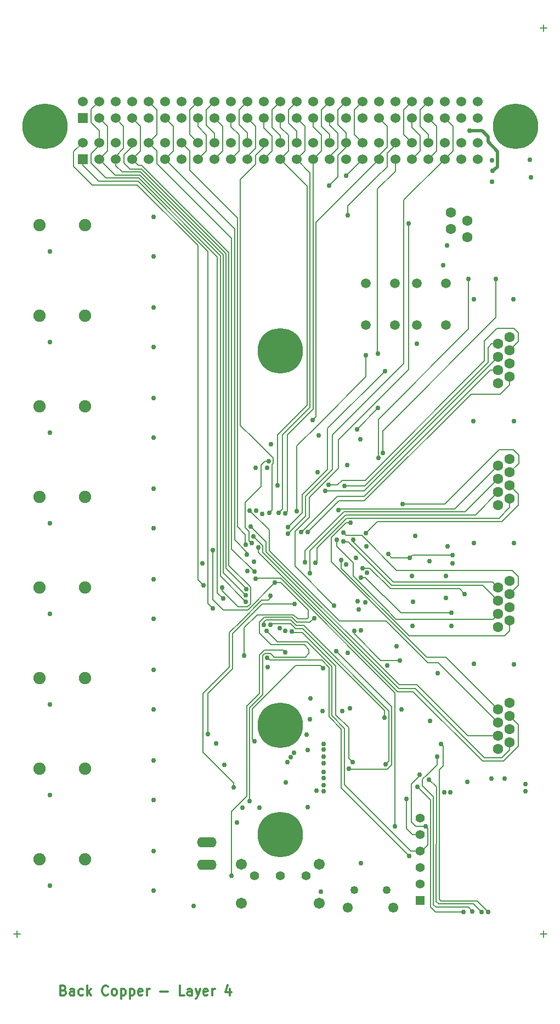
<source format=gbl>
G04 #@! TF.FileFunction,Copper,L4,Bot,Signal*
%FSLAX46Y46*%
G04 Gerber Fmt 4.6, Leading zero omitted, Abs format (unit mm)*
G04 Created by KiCad (PCBNEW 4.0.5) date 01/22/17 20:45:39*
%MOMM*%
%LPD*%
G01*
G04 APERTURE LIST*
%ADD10C,0.150000*%
%ADD11C,0.127000*%
%ADD12C,0.299720*%
%ADD13C,1.900000*%
%ADD14C,1.706880*%
%ADD15C,1.400000*%
%ADD16C,7.000000*%
%ADD17R,1.524000X1.524000*%
%ADD18C,1.524000*%
%ADD19C,1.600000*%
%ADD20C,7.000240*%
%ADD21R,1.397000X1.397000*%
%ADD22C,1.397000*%
%ADD23O,3.048000X1.574800*%
%ADD24O,3.048000X1.600200*%
%ADD25C,1.550000*%
%ADD26C,1.250000*%
%ADD27C,1.500000*%
%ADD28C,0.762000*%
%ADD29C,0.203200*%
%ADD30C,0.508000*%
G04 APERTURE END LIST*
D10*
D11*
X107163809Y-22950714D02*
X106196190Y-22950714D01*
X106680000Y-23434524D02*
X106680000Y-22466905D01*
X25883809Y-162650714D02*
X24916190Y-162650714D01*
X25400000Y-163134524D02*
X25400000Y-162166905D01*
X107163809Y-162650714D02*
X106196190Y-162650714D01*
X106680000Y-163134524D02*
X106680000Y-162166905D01*
D12*
X32607794Y-171342776D02*
X32822243Y-171414259D01*
X32893726Y-171485741D01*
X32965209Y-171628707D01*
X32965209Y-171843156D01*
X32893726Y-171986121D01*
X32822243Y-172057604D01*
X32679277Y-172129087D01*
X32107414Y-172129087D01*
X32107414Y-170627947D01*
X32607794Y-170627947D01*
X32750760Y-170699430D01*
X32822243Y-170770913D01*
X32893726Y-170913879D01*
X32893726Y-171056844D01*
X32822243Y-171199810D01*
X32750760Y-171271293D01*
X32607794Y-171342776D01*
X32107414Y-171342776D01*
X34251900Y-172129087D02*
X34251900Y-171342776D01*
X34180417Y-171199810D01*
X34037451Y-171128327D01*
X33751520Y-171128327D01*
X33608554Y-171199810D01*
X34251900Y-172057604D02*
X34108934Y-172129087D01*
X33751520Y-172129087D01*
X33608554Y-172057604D01*
X33537071Y-171914639D01*
X33537071Y-171771673D01*
X33608554Y-171628707D01*
X33751520Y-171557224D01*
X34108934Y-171557224D01*
X34251900Y-171485741D01*
X35610074Y-172057604D02*
X35467108Y-172129087D01*
X35181177Y-172129087D01*
X35038211Y-172057604D01*
X34966728Y-171986121D01*
X34895245Y-171843156D01*
X34895245Y-171414259D01*
X34966728Y-171271293D01*
X35038211Y-171199810D01*
X35181177Y-171128327D01*
X35467108Y-171128327D01*
X35610074Y-171199810D01*
X36253419Y-172129087D02*
X36253419Y-170627947D01*
X36396385Y-171557224D02*
X36825282Y-172129087D01*
X36825282Y-171128327D02*
X36253419Y-171700190D01*
X39470149Y-171986121D02*
X39398666Y-172057604D01*
X39184217Y-172129087D01*
X39041251Y-172129087D01*
X38826803Y-172057604D01*
X38683837Y-171914639D01*
X38612354Y-171771673D01*
X38540871Y-171485741D01*
X38540871Y-171271293D01*
X38612354Y-170985361D01*
X38683837Y-170842396D01*
X38826803Y-170699430D01*
X39041251Y-170627947D01*
X39184217Y-170627947D01*
X39398666Y-170699430D01*
X39470149Y-170770913D01*
X40327943Y-172129087D02*
X40184977Y-172057604D01*
X40113494Y-171986121D01*
X40042011Y-171843156D01*
X40042011Y-171414259D01*
X40113494Y-171271293D01*
X40184977Y-171199810D01*
X40327943Y-171128327D01*
X40542391Y-171128327D01*
X40685357Y-171199810D01*
X40756840Y-171271293D01*
X40828323Y-171414259D01*
X40828323Y-171843156D01*
X40756840Y-171986121D01*
X40685357Y-172057604D01*
X40542391Y-172129087D01*
X40327943Y-172129087D01*
X41471668Y-171128327D02*
X41471668Y-172629467D01*
X41471668Y-171199810D02*
X41614634Y-171128327D01*
X41900565Y-171128327D01*
X42043531Y-171199810D01*
X42115014Y-171271293D01*
X42186497Y-171414259D01*
X42186497Y-171843156D01*
X42115014Y-171986121D01*
X42043531Y-172057604D01*
X41900565Y-172129087D01*
X41614634Y-172129087D01*
X41471668Y-172057604D01*
X42829842Y-171128327D02*
X42829842Y-172629467D01*
X42829842Y-171199810D02*
X42972808Y-171128327D01*
X43258739Y-171128327D01*
X43401705Y-171199810D01*
X43473188Y-171271293D01*
X43544671Y-171414259D01*
X43544671Y-171843156D01*
X43473188Y-171986121D01*
X43401705Y-172057604D01*
X43258739Y-172129087D01*
X42972808Y-172129087D01*
X42829842Y-172057604D01*
X44759879Y-172057604D02*
X44616913Y-172129087D01*
X44330982Y-172129087D01*
X44188016Y-172057604D01*
X44116533Y-171914639D01*
X44116533Y-171342776D01*
X44188016Y-171199810D01*
X44330982Y-171128327D01*
X44616913Y-171128327D01*
X44759879Y-171199810D01*
X44831362Y-171342776D01*
X44831362Y-171485741D01*
X44116533Y-171628707D01*
X45474707Y-172129087D02*
X45474707Y-171128327D01*
X45474707Y-171414259D02*
X45546190Y-171271293D01*
X45617673Y-171199810D01*
X45760639Y-171128327D01*
X45903604Y-171128327D01*
X47547710Y-171557224D02*
X48691436Y-171557224D01*
X51264819Y-172129087D02*
X50549990Y-172129087D01*
X50549990Y-170627947D01*
X52408545Y-172129087D02*
X52408545Y-171342776D01*
X52337062Y-171199810D01*
X52194096Y-171128327D01*
X51908165Y-171128327D01*
X51765199Y-171199810D01*
X52408545Y-172057604D02*
X52265579Y-172129087D01*
X51908165Y-172129087D01*
X51765199Y-172057604D01*
X51693716Y-171914639D01*
X51693716Y-171771673D01*
X51765199Y-171628707D01*
X51908165Y-171557224D01*
X52265579Y-171557224D01*
X52408545Y-171485741D01*
X52980408Y-171128327D02*
X53337822Y-172129087D01*
X53695236Y-171128327D02*
X53337822Y-172129087D01*
X53194856Y-172486501D01*
X53123373Y-172557984D01*
X52980408Y-172629467D01*
X54838962Y-172057604D02*
X54695996Y-172129087D01*
X54410065Y-172129087D01*
X54267099Y-172057604D01*
X54195616Y-171914639D01*
X54195616Y-171342776D01*
X54267099Y-171199810D01*
X54410065Y-171128327D01*
X54695996Y-171128327D01*
X54838962Y-171199810D01*
X54910445Y-171342776D01*
X54910445Y-171485741D01*
X54195616Y-171628707D01*
X55553790Y-172129087D02*
X55553790Y-171128327D01*
X55553790Y-171414259D02*
X55625273Y-171271293D01*
X55696756Y-171199810D01*
X55839722Y-171128327D01*
X55982687Y-171128327D01*
X58270139Y-171128327D02*
X58270139Y-172129087D01*
X57912725Y-170556464D02*
X57555310Y-171628707D01*
X58484588Y-171628707D01*
D13*
X35900000Y-53340000D03*
X28900000Y-53340000D03*
X35900000Y-67310000D03*
X28900000Y-67310000D03*
X35900000Y-81280000D03*
X28900000Y-81280000D03*
X35900000Y-95250000D03*
X28900000Y-95250000D03*
X35900000Y-109220000D03*
X28900000Y-109220000D03*
X35900000Y-123190000D03*
X28900000Y-123190000D03*
X35900000Y-137160000D03*
X28900000Y-137160000D03*
X35900000Y-151130000D03*
X28900000Y-151130000D03*
D14*
X60040000Y-157940000D03*
X72040000Y-157940000D03*
D15*
X66040000Y-153690000D03*
X70040000Y-153690000D03*
X62040000Y-153690000D03*
D14*
X60040000Y-151940000D03*
X72040000Y-151940000D03*
D16*
X66040000Y-147320000D03*
X102362000Y-38100000D03*
X29718000Y-38100000D03*
D17*
X35560000Y-36830000D03*
D18*
X35560000Y-34290000D03*
X38100000Y-36830000D03*
X38100000Y-34290000D03*
X40640000Y-36830000D03*
X40640000Y-34290000D03*
X43180000Y-36830000D03*
X43180000Y-34290000D03*
X45720000Y-36830000D03*
X45720000Y-34290000D03*
X48260000Y-36830000D03*
X48260000Y-34290000D03*
X50800000Y-36830000D03*
X50800000Y-34290000D03*
X53340000Y-36830000D03*
X53340000Y-34290000D03*
X55880000Y-36830000D03*
X55880000Y-34290000D03*
X58420000Y-36830000D03*
X58420000Y-34290000D03*
X60960000Y-36830000D03*
X60960000Y-34290000D03*
X63500000Y-36830000D03*
X63500000Y-34290000D03*
X66040000Y-36830000D03*
X66040000Y-34290000D03*
X68580000Y-36830000D03*
X68580000Y-34290000D03*
X71120000Y-36830000D03*
X71120000Y-34290000D03*
X73660000Y-36830000D03*
X73660000Y-34290000D03*
X76200000Y-36830000D03*
X76200000Y-34290000D03*
X78740000Y-36830000D03*
X78740000Y-34290000D03*
X81280000Y-36830000D03*
X81280000Y-34290000D03*
X83820000Y-36830000D03*
X83820000Y-34290000D03*
X86360000Y-36830000D03*
X86360000Y-34290000D03*
X88900000Y-36830000D03*
X88900000Y-34290000D03*
X91440000Y-36830000D03*
X91440000Y-34290000D03*
X93980000Y-36830000D03*
X93980000Y-34290000D03*
X96520000Y-36830000D03*
X96520000Y-34290000D03*
D17*
X35560000Y-43180000D03*
D18*
X35560000Y-40640000D03*
X38100000Y-43180000D03*
X38100000Y-40640000D03*
X40640000Y-43180000D03*
X40640000Y-40640000D03*
X43180000Y-43180000D03*
X43180000Y-40640000D03*
X45720000Y-43180000D03*
X45720000Y-40640000D03*
X48260000Y-43180000D03*
X48260000Y-40640000D03*
X50800000Y-43180000D03*
X50800000Y-40640000D03*
X53340000Y-43180000D03*
X53340000Y-40640000D03*
X55880000Y-43180000D03*
X55880000Y-40640000D03*
X58420000Y-43180000D03*
X58420000Y-40640000D03*
X60960000Y-43180000D03*
X60960000Y-40640000D03*
X63500000Y-43180000D03*
X63500000Y-40640000D03*
X66040000Y-43180000D03*
X66040000Y-40640000D03*
X68580000Y-43180000D03*
X68580000Y-40640000D03*
X71120000Y-43180000D03*
X71120000Y-40640000D03*
X73660000Y-43180000D03*
X73660000Y-40640000D03*
X76200000Y-43180000D03*
X76200000Y-40640000D03*
X78740000Y-43180000D03*
X78740000Y-40640000D03*
X81280000Y-43180000D03*
X81280000Y-40640000D03*
X83820000Y-43180000D03*
X83820000Y-40640000D03*
X86360000Y-43180000D03*
X86360000Y-40640000D03*
X88900000Y-43180000D03*
X88900000Y-40640000D03*
X91440000Y-43180000D03*
X91440000Y-40640000D03*
X93980000Y-43180000D03*
X93980000Y-40640000D03*
X96520000Y-43180000D03*
X96520000Y-40640000D03*
D19*
X101480000Y-131056000D03*
X101480000Y-129026000D03*
X99700000Y-132086000D03*
X99700000Y-130056000D03*
X99700000Y-134116000D03*
X101480000Y-133086000D03*
X99700000Y-128026000D03*
X101480000Y-126996000D03*
X101480000Y-93464000D03*
X101480000Y-91434000D03*
X99700000Y-94494000D03*
X99700000Y-92464000D03*
X99700000Y-96524000D03*
X101480000Y-95494000D03*
X99700000Y-90434000D03*
X101480000Y-89404000D03*
X101480000Y-74668000D03*
X101480000Y-72638000D03*
X99700000Y-75698000D03*
X99700000Y-73668000D03*
X99700000Y-77728000D03*
X101480000Y-76698000D03*
X99700000Y-71638000D03*
X101480000Y-70608000D03*
X101480000Y-112260000D03*
X101480000Y-110230000D03*
X99700000Y-113290000D03*
X99700000Y-111260000D03*
X99700000Y-115320000D03*
X101480000Y-114290000D03*
X99700000Y-109230000D03*
X101480000Y-108200000D03*
X92376000Y-53970000D03*
X92376000Y-51440000D03*
X94916000Y-55240000D03*
X94916000Y-52710000D03*
D20*
X66040000Y-72700000D03*
X66040000Y-130500000D03*
D21*
X87630000Y-157480000D03*
D22*
X87630000Y-154940000D03*
X87630000Y-152400000D03*
X87630000Y-149860000D03*
X87630000Y-147320000D03*
X87630000Y-144780000D03*
D23*
X54737000Y-151991000D03*
D24*
X54737000Y-148491000D03*
D25*
X76510000Y-158570000D03*
D26*
X82510000Y-155895000D03*
X77510000Y-155895000D03*
D25*
X83510000Y-158570000D03*
D27*
X83784000Y-62282000D03*
X79284000Y-62282000D03*
X79284000Y-68782000D03*
X83784000Y-68782000D03*
X91658000Y-62282000D03*
X87158000Y-62282000D03*
X87158000Y-68782000D03*
X91658000Y-68782000D03*
D28*
X55626000Y-112420400D03*
X54203600Y-108915200D03*
X60736480Y-111434880D03*
X57251600Y-110947200D03*
X60746640Y-110429040D03*
X57083960Y-109199680D03*
X60766960Y-109479080D03*
X62042040Y-106791760D03*
X60934600Y-104175560D03*
X60716160Y-102595680D03*
X64343280Y-97683320D03*
X65597700Y-93496000D03*
X65841880Y-97718880D03*
X66842640Y-97764600D03*
X73558400Y-47218600D03*
X76200000Y-45745400D03*
X71069600Y-83389800D03*
X81132680Y-73167240D03*
X81132680Y-81554320D03*
X77876400Y-84810600D03*
X76504800Y-51841400D03*
X74371200Y-111988600D03*
X85877400Y-53086000D03*
X67259700Y-100893800D03*
X64531700Y-114944500D03*
X94335600Y-159258000D03*
X87249000Y-139928600D03*
X82130100Y-129328100D03*
X90271600Y-135280400D03*
X95732600Y-159182000D03*
X97104200Y-159258000D03*
X89027000Y-138861800D03*
X90855800Y-133350000D03*
X98171000Y-159258000D03*
X64046300Y-120052000D03*
X85953600Y-150596600D03*
X85572600Y-141859000D03*
X82335800Y-136506500D03*
X63557500Y-114998800D03*
X63980200Y-115941600D03*
X87553800Y-138125200D03*
X88493600Y-146050000D03*
X76682600Y-137160000D03*
X74689500Y-119046900D03*
X71272400Y-113944400D03*
X61341000Y-142138400D03*
X62052200Y-132918200D03*
X72644000Y-121666000D03*
X68224400Y-111734600D03*
X54864000Y-131826000D03*
X95072200Y-61671200D03*
X81178400Y-89281000D03*
X99339400Y-61671200D03*
X81889600Y-88493600D03*
X75976480Y-93583760D03*
X69284500Y-100712200D03*
X73476400Y-93400500D03*
X73036500Y-94344800D03*
X70307200Y-100685600D03*
X75044300Y-97282000D03*
X79242920Y-100812600D03*
X70612000Y-107010200D03*
X84912200Y-96367600D03*
X69888100Y-105308400D03*
X71501000Y-105410000D03*
X77343000Y-101904800D03*
X75819000Y-100787200D03*
X75819000Y-102158800D03*
X74803000Y-101828600D03*
X75462500Y-104962800D03*
X76911100Y-99268800D03*
X61945400Y-101321500D03*
X94538800Y-110210600D03*
X78744600Y-106232400D03*
X61353700Y-97371800D03*
X62695600Y-103073200D03*
X61454800Y-99824200D03*
X68630800Y-97459800D03*
X79273400Y-73456800D03*
X58877200Y-140081000D03*
X64516000Y-110490000D03*
X62206400Y-107879900D03*
X83743800Y-146100800D03*
X78486000Y-115824000D03*
X78486000Y-151702000D03*
X72326500Y-156108000D03*
X61645800Y-102412800D03*
X64262700Y-89780400D03*
X60452000Y-119761000D03*
X86055200Y-104660700D03*
X55659600Y-103437000D03*
X65252500Y-108503600D03*
X92608400Y-104241600D03*
X82778600Y-104076500D03*
X77490320Y-115890040D03*
X84540300Y-120462100D03*
X61976000Y-105283000D03*
X87122000Y-71628000D03*
X70612000Y-129540000D03*
X98704400Y-43383200D03*
X65963800Y-115519200D03*
X78486000Y-107671000D03*
X76250800Y-105664000D03*
X79349600Y-102920800D03*
X84759800Y-128016000D03*
X98653600Y-138684000D03*
X92456000Y-113119000D03*
X57429400Y-136550400D03*
X72567800Y-128282700D03*
X70154800Y-131928000D03*
X75641200Y-128308000D03*
X78435200Y-86385400D03*
X92659200Y-105537000D03*
X56159400Y-133312000D03*
X60198000Y-143205000D03*
X95935800Y-64770000D03*
X70307200Y-143104000D03*
X70307200Y-134302000D03*
X95961200Y-121006000D03*
X95961200Y-102362000D03*
X95834200Y-83591400D03*
X63246000Y-97891600D03*
X71628000Y-140589000D03*
X98831400Y-44983400D03*
X95275400Y-38760400D03*
X91770200Y-56464200D03*
X98704400Y-46659800D03*
X71958200Y-85750400D03*
X66903600Y-139294000D03*
X62814200Y-143205000D03*
X60980320Y-106690160D03*
X70700900Y-126314000D03*
X64135000Y-121539000D03*
X30480000Y-155194000D03*
X30480000Y-141224000D03*
X30480000Y-127254000D03*
X30480000Y-113284000D03*
X30480000Y-99314000D03*
X30480000Y-85344000D03*
X30480000Y-71374000D03*
X30480000Y-57404000D03*
X46482000Y-155956000D03*
X46482000Y-149860000D03*
X46482000Y-141986000D03*
X46482000Y-135890000D03*
X46482000Y-128016000D03*
X46482000Y-121920000D03*
X46482000Y-114046000D03*
X46482000Y-107950000D03*
X46482000Y-100076000D03*
X46482000Y-93980000D03*
X46482000Y-86106000D03*
X46482000Y-80010000D03*
X46482000Y-72136000D03*
X46482000Y-66040000D03*
X46482000Y-58166000D03*
X46482000Y-52070000D03*
X72771000Y-133350000D03*
X72745600Y-140614400D03*
X66852800Y-115951000D03*
X79171800Y-111557000D03*
X76504800Y-119278400D03*
X77724000Y-104648000D03*
X79438500Y-106934000D03*
X62344300Y-97358200D03*
X92303600Y-140843000D03*
X91363800Y-140843000D03*
X91592400Y-110820000D03*
X102032000Y-64770000D03*
X83972400Y-118288000D03*
X102108000Y-121107000D03*
X91668600Y-107442000D03*
X86512400Y-111455000D03*
X76362560Y-90337640D03*
X54038500Y-105486200D03*
X64604900Y-87122000D03*
X104724000Y-45999400D03*
X104597000Y-43307000D03*
X91236800Y-59537600D03*
X89077800Y-105207000D03*
X67665600Y-135433000D03*
X52705000Y-158369000D03*
X62242700Y-90766900D03*
X64020700Y-90766900D03*
X90335100Y-122453000D03*
X92468700Y-115164000D03*
X91909900Y-102921000D03*
X86893400Y-101244400D03*
X100660200Y-138709400D03*
X89154000Y-129794000D03*
X71856600Y-91440000D03*
X86360000Y-107442000D03*
X76771500Y-127838000D03*
X72745600Y-137643000D03*
X72758300Y-136309000D03*
X72771000Y-134239000D03*
X72745600Y-139700000D03*
X72771000Y-135331200D03*
X72745600Y-138633200D03*
X59385200Y-145465800D03*
X102108000Y-83540600D03*
X102159000Y-102362000D03*
X94919800Y-139179000D03*
X103886000Y-140640000D03*
X103886000Y-139522000D03*
X67183000Y-136144000D03*
X68173600Y-134722000D03*
X82550000Y-121221500D03*
X78206600Y-112649000D03*
X86423500Y-115164000D03*
X78003400Y-111379000D03*
X77241400Y-136194800D03*
X67828160Y-115986560D03*
X58521600Y-153695400D03*
X66802000Y-119253000D03*
X67220400Y-99922400D03*
X82226500Y-75836700D03*
D29*
X54907100Y-57419500D02*
X54907100Y-111701500D01*
X44095500Y-46607900D02*
X54907100Y-57419500D01*
X35560000Y-44145200D02*
X38022700Y-46607900D01*
X38022700Y-46607900D02*
X44095500Y-46607900D01*
X35560000Y-44145200D02*
X35560000Y-43180000D01*
X54907100Y-111701500D02*
X55626000Y-112420400D01*
X53340000Y-108051600D02*
X53340000Y-56475100D01*
X44247200Y-47382300D02*
X53340000Y-56475100D01*
X44247200Y-47385700D02*
X44247200Y-47382300D01*
X43998500Y-47137000D02*
X44247200Y-47385700D01*
X37050200Y-47137000D02*
X43998500Y-47137000D01*
X34179100Y-44265900D02*
X37050200Y-47137000D01*
X34179100Y-42020900D02*
X34179100Y-44265900D01*
X34179100Y-42020900D02*
X35560000Y-40640000D01*
X53340000Y-108051600D02*
X54203600Y-108915200D01*
X44352195Y-45619500D02*
X40539500Y-45619500D01*
X40539500Y-45619500D02*
X38100000Y-43180000D01*
X44352195Y-45619500D02*
X56787700Y-58057666D01*
X56787700Y-107486100D02*
X56787700Y-58057666D01*
X60736480Y-111434880D02*
X56787700Y-107486100D01*
X39363600Y-41916400D02*
X38615400Y-42664600D01*
X39363600Y-38093600D02*
X39363600Y-41916400D01*
X38100000Y-36830000D02*
X39363600Y-38093600D01*
X38615400Y-42664600D02*
X38100000Y-43180000D01*
X39140500Y-46077200D02*
X44172200Y-46077200D01*
X37561500Y-41632900D02*
X37564300Y-41632900D01*
X37561500Y-41632900D02*
X36861500Y-42332900D01*
X36861500Y-42332900D02*
X36861500Y-43798200D01*
X36861500Y-43798200D02*
X39140500Y-46077200D01*
X37564300Y-41632900D02*
X38100000Y-41097200D01*
X38100000Y-40640000D02*
X38100000Y-41097200D01*
X56362600Y-110058200D02*
X57251600Y-110947200D01*
X56362600Y-58267600D02*
X56362600Y-110058200D01*
X44172200Y-46077200D02*
X56362600Y-58267600D01*
X38100000Y-40640000D02*
X38100000Y-38760400D01*
X38100000Y-38760400D02*
X36870600Y-37531000D01*
X36870600Y-35519400D02*
X36870600Y-37531000D01*
X38100000Y-34290000D02*
X36870600Y-35519400D01*
X57219800Y-57911800D02*
X57219800Y-106902200D01*
X44469900Y-45161900D02*
X57219800Y-57911800D01*
X40640000Y-44170600D02*
X41631300Y-45161900D01*
X41631300Y-45161900D02*
X44469900Y-45161900D01*
X40640000Y-43180000D02*
X40640000Y-44170600D01*
X57219800Y-106902200D02*
X60746640Y-110429040D01*
X40640000Y-43180000D02*
X40640000Y-42748200D01*
X40640000Y-42748200D02*
X41878200Y-41510000D01*
X41878200Y-38068200D02*
X41878200Y-41510000D01*
X40640000Y-36830000D02*
X41878200Y-38068200D01*
X61447680Y-109184440D02*
X58125360Y-105862120D01*
X61447680Y-111734600D02*
X61447680Y-109184440D01*
X60995560Y-112186720D02*
X61447680Y-111734600D01*
X60695840Y-112186720D02*
X60995560Y-112186720D01*
X60695840Y-112186720D02*
X59563000Y-112186720D01*
X44150280Y-44150280D02*
X44673520Y-44150280D01*
X44673520Y-44150280D02*
X58125360Y-57602120D01*
X58125360Y-57602120D02*
X58125360Y-105862120D01*
X44150280Y-44150280D02*
X43180000Y-43180000D01*
X57076340Y-109192060D02*
X57083960Y-109199680D01*
X59563000Y-112186720D02*
X57076340Y-109700060D01*
X57076340Y-109700060D02*
X57076340Y-109192060D01*
X43180000Y-43180000D02*
X44436300Y-41923700D01*
X44436300Y-38086300D02*
X44436300Y-41923700D01*
X43180000Y-36830000D02*
X44436300Y-38086300D01*
X57651900Y-57739100D02*
X57651900Y-106267500D01*
X42839600Y-44704400D02*
X44617200Y-44704400D01*
X44617200Y-44704400D02*
X57651900Y-57739100D01*
X43180000Y-40640000D02*
X43180000Y-41240700D01*
X43180000Y-41240700D02*
X41890900Y-42529800D01*
X41890900Y-42529800D02*
X41890900Y-43755700D01*
X41890900Y-43755700D02*
X42839600Y-44704400D01*
X60766960Y-109382560D02*
X60766960Y-109479080D01*
X57651900Y-106267500D02*
X60766960Y-109382560D01*
X46990000Y-41910000D02*
X45720000Y-40640000D01*
X46990000Y-41910000D02*
X46990000Y-43843000D01*
X46990000Y-43843000D02*
X58554200Y-55407200D01*
X58554200Y-55407200D02*
X58554200Y-103303920D01*
X62042040Y-106791760D02*
X58554200Y-103303920D01*
X46977200Y-39382800D02*
X45720000Y-40640000D01*
X46977200Y-35547200D02*
X46977200Y-39382800D01*
X45720000Y-34290000D02*
X46977200Y-35547200D01*
X59004200Y-101854000D02*
X60924440Y-103774240D01*
X59004200Y-53924200D02*
X48260000Y-43180000D01*
X59004200Y-53924200D02*
X59004200Y-101854000D01*
X60924440Y-104165400D02*
X60924440Y-103774240D01*
X60934600Y-104175560D02*
X60924440Y-104165400D01*
X49533600Y-41906400D02*
X48260000Y-43180000D01*
X49533600Y-38103600D02*
X49533600Y-41906400D01*
X48260000Y-36830000D02*
X49533600Y-38103600D01*
X52070000Y-41910000D02*
X50800000Y-40640000D01*
X52070000Y-44892400D02*
X59456500Y-52278900D01*
X52070000Y-41910000D02*
X52070000Y-44892400D01*
X59456500Y-52278900D02*
X59456500Y-99867900D01*
X60680600Y-101092000D02*
X59456500Y-99867900D01*
X60680600Y-102560120D02*
X60680600Y-101092000D01*
X60716160Y-102595680D02*
X60680600Y-102560120D01*
X53340000Y-38151100D02*
X53340000Y-36830000D01*
X54616100Y-39427200D02*
X53340000Y-38151100D01*
X54616100Y-41903900D02*
X54616100Y-39427200D01*
X53340000Y-43180000D02*
X54616100Y-41903900D01*
X52068500Y-39368500D02*
X53340000Y-40640000D01*
X52068500Y-35561500D02*
X52068500Y-39368500D01*
X53340000Y-34290000D02*
X52068500Y-35561500D01*
X57156100Y-38106100D02*
X55880000Y-36830000D01*
X57156100Y-41903900D02*
X57156100Y-38106100D01*
X55880000Y-43180000D02*
X57156100Y-41903900D01*
X55880000Y-40640000D02*
X55880000Y-39217600D01*
X54608500Y-35561500D02*
X55880000Y-34290000D01*
X54608500Y-35561500D02*
X54608500Y-37946100D01*
X54608500Y-37946100D02*
X55880000Y-39217600D01*
X58445400Y-38176200D02*
X58445400Y-36855400D01*
X58420000Y-43180000D02*
X59681700Y-41918300D01*
X59681700Y-41918300D02*
X59681700Y-39412500D01*
X59681700Y-39412500D02*
X58445400Y-38176200D01*
X58445400Y-36855400D02*
X58420000Y-36830000D01*
X60960000Y-43180000D02*
X60960000Y-42519600D01*
X60960000Y-42799000D02*
X62223600Y-41535400D01*
X62223600Y-38093600D02*
X62223600Y-41535400D01*
X60960000Y-36830000D02*
X62223600Y-38093600D01*
X59696300Y-35553700D02*
X60960000Y-34290000D01*
X59696300Y-37862400D02*
X59696300Y-35553700D01*
X60960000Y-39126100D02*
X59696300Y-37862400D01*
X60960000Y-40640000D02*
X60960000Y-39126100D01*
X64776100Y-41903900D02*
X63500000Y-43180000D01*
X64776100Y-39605000D02*
X64776100Y-41903900D01*
X63500000Y-38328900D02*
X64776100Y-39605000D01*
X63500000Y-36830000D02*
X63500000Y-38328900D01*
X64764000Y-97262600D02*
X64764000Y-90249500D01*
X64764000Y-90249500D02*
X64948800Y-90064700D01*
X64948800Y-90064700D02*
X64948800Y-89258100D01*
X64948800Y-89258100D02*
X62077600Y-86386900D01*
X62077600Y-86386900D02*
X62077600Y-86385400D01*
X62255400Y-42561500D02*
X63500000Y-41316900D01*
X63500000Y-41316900D02*
X63500000Y-40640000D01*
X59905900Y-84213700D02*
X59905900Y-46342300D01*
X59905900Y-46342300D02*
X62255400Y-43992800D01*
X62255400Y-43992800D02*
X62255400Y-42561500D01*
X62077600Y-86385400D02*
X59905900Y-84213700D01*
X64343280Y-97683320D02*
X64764000Y-97262600D01*
X66040000Y-38252700D02*
X66040000Y-36830000D01*
X67290700Y-39503400D02*
X66040000Y-38252700D01*
X67290700Y-41929300D02*
X67290700Y-39503400D01*
X66040000Y-43180000D02*
X67290700Y-41929300D01*
X66040000Y-43180000D02*
X70227300Y-47367300D01*
X65597700Y-85733200D02*
X65597700Y-93496000D01*
X70227300Y-81103600D02*
X65597700Y-85733200D01*
X70227300Y-47367300D02*
X70227300Y-81103600D01*
X66040000Y-40640000D02*
X66040000Y-39573200D01*
X66040000Y-39573200D02*
X64750900Y-38284100D01*
X64750900Y-35579100D02*
X66040000Y-34290000D01*
X64750900Y-38284100D02*
X64750900Y-35579100D01*
X66422800Y-97137960D02*
X66422800Y-85721400D01*
X66422800Y-85721400D02*
X70660100Y-81484100D01*
X70660100Y-81484100D02*
X70660100Y-45285500D01*
X68580000Y-43205400D02*
X70660100Y-45285500D01*
X68580000Y-43205400D02*
X68580000Y-43180000D01*
X65841880Y-97718880D02*
X66422800Y-97137960D01*
X69843600Y-41913200D02*
X68576800Y-43180000D01*
X69843600Y-38093600D02*
X69843600Y-41913200D01*
X68580000Y-36830000D02*
X69843600Y-38093600D01*
X68576800Y-43180000D02*
X68580000Y-43180000D01*
X68580000Y-40640000D02*
X68580000Y-38887400D01*
X68580000Y-38887400D02*
X67316300Y-37623700D01*
X67316300Y-35553700D02*
X68580000Y-34290000D01*
X67316300Y-37623700D02*
X67316300Y-35553700D01*
X67134400Y-97472840D02*
X67134400Y-97043100D01*
X66842640Y-97764600D02*
X67134400Y-97472840D01*
X72396100Y-41903900D02*
X71120000Y-43180000D01*
X72396100Y-39452600D02*
X72396100Y-41903900D01*
X71120000Y-38176500D02*
X72396100Y-39452600D01*
X71120000Y-36830000D02*
X71120000Y-38176500D01*
X71120000Y-81740200D02*
X71120000Y-43180000D01*
X67134400Y-85725800D02*
X71120000Y-81740200D01*
X67134400Y-97043100D02*
X67134400Y-85725800D01*
X73660000Y-43180000D02*
X73660000Y-42773600D01*
X73660000Y-42773600D02*
X74921700Y-41511900D01*
X73660000Y-36830000D02*
X73660000Y-37973000D01*
X74921700Y-41511900D02*
X74921700Y-39234700D01*
X74921700Y-39234700D02*
X73660000Y-37973000D01*
X73660000Y-40640000D02*
X73660000Y-39395400D01*
X72388500Y-35561500D02*
X73660000Y-34290000D01*
X72388500Y-35561500D02*
X72388500Y-38123900D01*
X72388500Y-38123900D02*
X73660000Y-39395400D01*
X74927100Y-42564400D02*
X74930000Y-45897800D01*
X74930000Y-45897800D02*
X73558400Y-47218600D01*
X74936300Y-35553700D02*
X76200000Y-34290000D01*
X74936300Y-37862400D02*
X74936300Y-35553700D01*
X76200000Y-39126100D02*
X74936300Y-37862400D01*
X76200000Y-40640000D02*
X76200000Y-39126100D01*
X76200000Y-41291500D02*
X76200000Y-40640000D01*
X74927100Y-42564400D02*
X76200000Y-41291500D01*
X76200000Y-45745400D02*
X78130400Y-43815000D01*
X78130400Y-43789600D02*
X78740000Y-43180000D01*
X78130400Y-43815000D02*
X78130400Y-43789600D01*
X77450900Y-35579100D02*
X78740000Y-34290000D01*
X77450900Y-39350900D02*
X77450900Y-35579100D01*
X78740000Y-40640000D02*
X77450900Y-39350900D01*
X81280000Y-42604800D02*
X81280000Y-43180000D01*
X82530700Y-41354100D02*
X81280000Y-42604800D01*
X82530700Y-38080700D02*
X82530700Y-41354100D01*
X81280000Y-36830000D02*
X82530700Y-38080700D01*
X81280000Y-43180000D02*
X71555000Y-52905000D01*
X71555000Y-82904400D02*
X71069600Y-83389800D01*
X71555000Y-52905000D02*
X71555000Y-82904400D01*
X83820000Y-45013880D02*
X83820000Y-43180000D01*
X81081880Y-47752000D02*
X83820000Y-45013880D01*
X81081880Y-73116440D02*
X81081880Y-47752000D01*
X81132680Y-73167240D02*
X81081880Y-73116440D01*
X77876400Y-84810600D02*
X81132680Y-81554320D01*
X80848200Y-46025088D02*
X82541600Y-44333288D01*
X82541600Y-44333288D02*
X82541600Y-42299400D01*
X82541600Y-42299400D02*
X83820000Y-41021000D01*
X80847912Y-46025088D02*
X76504800Y-50368200D01*
X76504800Y-50368200D02*
X76504800Y-51841400D01*
X80848200Y-46025088D02*
X80847912Y-46025088D01*
X87636100Y-41903900D02*
X86360000Y-43180000D01*
X87636100Y-39580000D02*
X87636100Y-41903900D01*
X86360000Y-38303900D02*
X87636100Y-39580000D01*
X86360000Y-36830000D02*
X86360000Y-38303900D01*
X85070900Y-39350900D02*
X86360000Y-40640000D01*
X85070900Y-35579100D02*
X85070900Y-39350900D01*
X86360000Y-34290000D02*
X85070900Y-35579100D01*
X90150700Y-38080700D02*
X88900000Y-36830000D01*
X90150700Y-41929300D02*
X90150700Y-38080700D01*
X88900000Y-43180000D02*
X90150700Y-41929300D01*
X88900000Y-39404800D02*
X88900000Y-40640000D01*
X87610900Y-38115700D02*
X88900000Y-39404800D01*
X87610900Y-35579100D02*
X87610900Y-38115700D01*
X88900000Y-34290000D02*
X87610900Y-35579100D01*
X85877400Y-75590400D02*
X85877400Y-53086000D01*
X84899492Y-76568308D02*
X85877400Y-75590400D01*
X68308200Y-100569400D02*
X68308200Y-105925600D01*
X70527300Y-98350300D02*
X68308200Y-100569400D01*
X70527300Y-95346000D02*
X70527300Y-98350300D01*
X75010000Y-90863300D02*
X70527300Y-95346000D01*
X75010000Y-86468100D02*
X75010000Y-90863300D01*
X68308200Y-105925600D02*
X74371200Y-111988600D01*
X84899492Y-76581008D02*
X75010000Y-86468100D01*
X84899492Y-76581008D02*
X84899492Y-76568308D01*
X85140800Y-74701400D02*
X85140800Y-49479200D01*
X84023200Y-75819000D02*
X85140800Y-74701400D01*
X84010500Y-75819000D02*
X74141800Y-85694100D01*
X74141800Y-85694100D02*
X74141800Y-91020300D01*
X74141800Y-91020300D02*
X69964100Y-95198000D01*
X69964100Y-95198000D02*
X69964100Y-98189500D01*
X69964100Y-98189500D02*
X69964000Y-98189500D01*
X69964000Y-98189500D02*
X67259700Y-100893800D01*
X84010500Y-75819000D02*
X84023200Y-75819000D01*
X85140800Y-49479200D02*
X91440000Y-43180000D01*
X91440000Y-36830000D02*
X92710000Y-38100000D01*
X92710000Y-41910000D02*
X91440000Y-43180000D01*
X92710000Y-38100000D02*
X92710000Y-41910000D01*
X90042922Y-159258000D02*
X94335600Y-159258000D01*
X89281000Y-158496217D02*
X90042922Y-159258000D01*
X89281000Y-141986000D02*
X89281000Y-158496217D01*
X87249000Y-139928600D02*
X89281000Y-141986000D01*
X82130100Y-128208900D02*
X82130100Y-129328100D01*
X69509900Y-115588700D02*
X82130100Y-128208900D01*
X68743400Y-115588700D02*
X69509900Y-115588700D01*
X68748700Y-115594000D02*
X68743400Y-115588700D01*
X68418700Y-115594000D02*
X68748700Y-115594000D01*
X67657500Y-114832800D02*
X68418700Y-115594000D01*
X64643400Y-114832800D02*
X67657500Y-114832800D01*
X64531700Y-114944500D02*
X64643400Y-114832800D01*
X90271600Y-136601200D02*
X90271600Y-135280400D01*
X88747271Y-138074000D02*
X90271600Y-136601200D01*
X88747600Y-138074000D02*
X88747271Y-138074000D01*
X88011000Y-138811000D02*
X88747600Y-138074000D01*
X88011000Y-139776006D02*
X88011000Y-138811000D01*
X89712800Y-141477662D02*
X88011000Y-139776006D01*
X89712800Y-158140523D02*
X89712800Y-141477662D01*
X90119416Y-158547000D02*
X89712800Y-158140523D01*
X95097600Y-158547000D02*
X90119416Y-158547000D01*
X95732600Y-159182000D02*
X95097600Y-158547000D01*
X89027000Y-138861634D02*
X89027000Y-138861800D01*
X90170000Y-139954000D02*
X89027000Y-138861634D01*
X90144600Y-157682878D02*
X90170000Y-139954000D01*
X90500489Y-158039000D02*
X90144600Y-157682878D01*
X95885000Y-158039000D02*
X90500489Y-158039000D01*
X97104200Y-159258000D02*
X95885000Y-158039000D01*
X91236800Y-133731000D02*
X90855800Y-133350000D01*
X91236800Y-136728247D02*
X91236800Y-133731000D01*
X90601800Y-137363404D02*
X91236800Y-136728247D01*
X90601800Y-157351195D02*
X90601800Y-137363404D01*
X90831700Y-157582000D02*
X90601800Y-157351195D01*
X96494600Y-157582000D02*
X90831700Y-157582000D01*
X98171000Y-159258000D02*
X96494600Y-157582000D01*
X75491500Y-140134500D02*
X75491500Y-131057240D01*
X64046300Y-120053300D02*
X64414400Y-120421400D01*
X64414400Y-120421400D02*
X72450260Y-120421400D01*
X64046300Y-120052000D02*
X64046300Y-120053300D01*
X85953600Y-150596600D02*
X75491500Y-140134500D01*
X73583798Y-121554938D02*
X72450260Y-120421400D01*
X73583798Y-129149538D02*
X73583798Y-121554938D01*
X75491500Y-131057240D02*
X73583798Y-129149538D01*
X85572600Y-141859000D02*
X85572600Y-146405600D01*
X86487000Y-147320000D02*
X87630000Y-147320000D01*
X85572600Y-146405600D02*
X86487000Y-147320000D01*
X82827800Y-136014500D02*
X82335800Y-136506500D01*
X82827800Y-128255200D02*
X82827800Y-136014500D01*
X69678400Y-115105800D02*
X82827800Y-128255200D01*
X68835700Y-115105800D02*
X69678400Y-115105800D01*
X68841000Y-115111100D02*
X68835700Y-115105800D01*
X68536400Y-115111100D02*
X68841000Y-115111100D01*
X67676700Y-114251400D02*
X68536400Y-115111100D01*
X63829000Y-114251400D02*
X67676700Y-114251400D01*
X63557600Y-114522800D02*
X63829000Y-114251400D01*
X63557600Y-114998800D02*
X63557600Y-114522800D01*
X63557500Y-114998800D02*
X63557600Y-114998800D01*
X63980200Y-115941600D02*
X65665300Y-117626700D01*
X65665300Y-117626700D02*
X70226000Y-117626700D01*
X88849200Y-148920398D02*
X88849200Y-146405600D01*
X87909444Y-149860000D02*
X88849200Y-148920398D01*
X88849200Y-146405600D02*
X88493600Y-146050000D01*
X88493600Y-146050000D02*
X86969600Y-146050000D01*
X87553800Y-138277600D02*
X87553800Y-138125200D01*
X86334600Y-139502194D02*
X87553800Y-138277600D01*
X86969600Y-146050000D02*
X86334600Y-145415000D01*
X86334600Y-145415000D02*
X86334600Y-139502194D01*
X87909444Y-149860000D02*
X86233000Y-149860000D01*
X75971400Y-139598400D02*
X75971400Y-130962400D01*
X86233000Y-149860000D02*
X75971400Y-139598400D01*
X70226000Y-117626700D02*
X71628100Y-119028800D01*
X71628100Y-119028800D02*
X71628100Y-119024500D01*
X73990200Y-128981200D02*
X75971400Y-130962400D01*
X73990200Y-121386600D02*
X73990200Y-128981200D01*
X73990200Y-121386600D02*
X71628100Y-119024500D01*
X76744000Y-137221400D02*
X76682600Y-137160000D01*
X74689500Y-119046900D02*
X83271400Y-127628800D01*
X83271400Y-127628800D02*
X83271400Y-136541500D01*
X83271400Y-136541500D02*
X82591500Y-137221400D01*
X82591500Y-137221400D02*
X76744000Y-137221400D01*
X71272400Y-113944400D02*
X70662800Y-114554000D01*
X61341000Y-127736600D02*
X61341000Y-142138400D01*
X63322200Y-125755400D02*
X61341000Y-127736600D01*
X63322200Y-119761000D02*
X63322200Y-125755400D01*
X63728600Y-119354600D02*
X63322200Y-119761000D01*
X64541400Y-119354600D02*
X63728600Y-119354600D01*
X65151000Y-119964200D02*
X64541400Y-119354600D01*
X69951600Y-119964200D02*
X65151000Y-119964200D01*
X70485000Y-119430800D02*
X69951600Y-119964200D01*
X70485000Y-118770400D02*
X70485000Y-119430800D01*
X69773800Y-118059200D02*
X70485000Y-118770400D01*
X64643000Y-118059200D02*
X69773800Y-118059200D01*
X62865000Y-116281200D02*
X64643000Y-118059200D01*
X62865000Y-114604800D02*
X62865000Y-116281200D01*
X63627000Y-113842800D02*
X62865000Y-114604800D01*
X67868800Y-113842800D02*
X63627000Y-113842800D01*
X68580000Y-114554000D02*
X67868800Y-113842800D01*
X70662800Y-114554000D02*
X68580000Y-114554000D01*
X72212200Y-121234200D02*
X68465700Y-121234200D01*
X61772800Y-132638800D02*
X61772800Y-127927100D01*
X61772800Y-127927100D02*
X68465700Y-121234200D01*
X62052200Y-132918200D02*
X61772800Y-132638800D01*
X72644000Y-121666000D02*
X72212200Y-121234200D01*
X58674000Y-116332000D02*
X58674000Y-121801740D01*
X63283600Y-111728100D02*
X68230900Y-111728100D01*
X60454850Y-114556850D02*
X63283600Y-111728100D01*
X68230900Y-111728100D02*
X68224400Y-111734600D01*
X60449150Y-114556850D02*
X58674000Y-116332000D01*
X54864000Y-125611740D02*
X54864000Y-131826000D01*
X60454850Y-114556850D02*
X60449150Y-114556850D01*
X58674000Y-121801740D02*
X54864000Y-125611740D01*
X81178400Y-83286600D02*
X95072200Y-69392800D01*
X95072200Y-69392800D02*
X95072200Y-61671200D01*
X81178400Y-83286600D02*
X81178400Y-89281000D01*
X99339400Y-67614800D02*
X99339400Y-61671200D01*
X81889600Y-85064600D02*
X99339400Y-67614800D01*
X81889600Y-85064600D02*
X81889600Y-88493600D01*
X75976480Y-93583760D02*
X79084800Y-93533600D01*
X98120200Y-72212200D02*
X98694400Y-71638000D01*
X98120200Y-74498200D02*
X98120200Y-72212200D01*
X79084800Y-93533600D02*
X98120200Y-74498200D01*
X99700000Y-71638000D02*
X98694400Y-71638000D01*
X99700000Y-75698000D02*
X98469800Y-75698000D01*
X98469800Y-75698000D02*
X79035200Y-95132600D01*
X69330400Y-100666300D02*
X69284500Y-100712200D01*
X69330500Y-100666300D02*
X69330400Y-100666300D01*
X69330500Y-100671700D02*
X69330500Y-100666300D01*
X74869600Y-95132600D02*
X69330500Y-100671700D01*
X79035200Y-95132600D02*
X74869600Y-95132600D01*
X97586800Y-74295000D02*
X97586800Y-71189600D01*
X102823400Y-71294600D02*
X101480000Y-72638000D01*
X102823400Y-69969400D02*
X102823400Y-71294600D01*
X102144700Y-69290700D02*
X102823400Y-69969400D01*
X99485700Y-69290700D02*
X102144700Y-69290700D01*
X97586800Y-71189600D02*
X99485700Y-69290700D01*
X75587100Y-92681300D02*
X79200500Y-92681300D01*
X79200500Y-92681300D02*
X97586800Y-74295000D01*
X74867900Y-93400500D02*
X75587100Y-92681300D01*
X73476400Y-93400500D02*
X74867900Y-93400500D01*
X79021300Y-94346700D02*
X99700000Y-73668000D01*
X73034600Y-94346700D02*
X79021300Y-94346700D01*
X73036500Y-94344800D02*
X73034600Y-94346700D01*
X70307200Y-100685600D02*
X75101900Y-95890900D01*
X79038900Y-95890900D02*
X75101900Y-95890900D01*
X101480000Y-76698000D02*
X101480000Y-77956500D01*
X101480000Y-77956500D02*
X100010100Y-79426400D01*
X100010100Y-79426400D02*
X95503400Y-79426400D01*
X95503400Y-79426400D02*
X79038900Y-95890900D01*
X93004400Y-97129600D02*
X99700000Y-90434000D01*
X75196700Y-97129600D02*
X93004400Y-97129600D01*
X75044300Y-97282000D02*
X75196700Y-97129600D01*
X99659600Y-90434000D02*
X99700000Y-90434000D01*
X100297100Y-99034200D02*
X81021320Y-99034200D01*
X102843100Y-96488200D02*
X100297100Y-99034200D01*
X102843100Y-94827100D02*
X102843100Y-96488200D01*
X102843100Y-94827100D02*
X101480000Y-93464000D01*
X79242920Y-100812600D02*
X81021320Y-99034200D01*
X70599150Y-103555650D02*
X70599150Y-106997350D01*
X99700000Y-94494000D02*
X96168200Y-98025800D01*
X96168200Y-98025800D02*
X76129000Y-98025800D01*
X76129000Y-98025800D02*
X70599150Y-103555650D01*
X70599150Y-106997350D02*
X70612000Y-107010200D01*
X91440000Y-96367600D02*
X99822000Y-87985600D01*
X102848800Y-88813900D02*
X102020500Y-87985600D01*
X102848800Y-90065200D02*
X102848800Y-88813900D01*
X102848800Y-90065200D02*
X101480000Y-91434000D01*
X99822000Y-87985600D02*
X102020500Y-87985600D01*
X84912200Y-96367600D02*
X91440000Y-96367600D01*
X69888100Y-105308400D02*
X69888100Y-103564500D01*
X75884400Y-97568200D02*
X69888100Y-103564500D01*
X99700000Y-92464000D02*
X94595800Y-97568200D01*
X94595800Y-97568200D02*
X75884400Y-97568200D01*
X101480000Y-96891300D02*
X99837100Y-98534200D01*
X99837100Y-98534200D02*
X76297400Y-98534200D01*
X101480000Y-95494000D02*
X101480000Y-96891300D01*
X71731300Y-103100300D02*
X76297400Y-98534200D01*
X71501000Y-105410000D02*
X71731300Y-105179700D01*
X71731300Y-105179700D02*
X71731300Y-103100300D01*
X83479002Y-108381800D02*
X98851800Y-108381800D01*
X83479002Y-108381800D02*
X77343000Y-102198400D01*
X77343000Y-102198400D02*
X77343000Y-101904800D01*
X98851800Y-108381800D02*
X99700000Y-109230000D01*
X84030500Y-106573600D02*
X78662866Y-101193600D01*
X101480000Y-110230000D02*
X102792700Y-108917300D01*
X102792700Y-108917300D02*
X102792700Y-107528400D01*
X102792700Y-107528400D02*
X101837900Y-106573600D01*
X101837900Y-106573600D02*
X84030500Y-106573600D01*
X75819000Y-100787200D02*
X75819000Y-100799900D01*
X76212700Y-101193600D02*
X78662866Y-101193600D01*
X75819000Y-100799900D02*
X76212700Y-101193600D01*
X83254900Y-108900100D02*
X76520400Y-102165600D01*
X97340100Y-108900100D02*
X83254900Y-108900100D01*
X99700000Y-111260000D02*
X97340100Y-108900100D01*
X76520400Y-102165600D02*
X75819000Y-102158800D01*
X82032900Y-112229100D02*
X82032900Y-112229660D01*
X82032900Y-112229660D02*
X83925440Y-114122200D01*
X98867800Y-114122200D02*
X99700000Y-113290000D01*
X83925440Y-114122200D02*
X98867800Y-114122200D01*
X99700000Y-113290000D02*
X99700000Y-113289000D01*
X77292200Y-107488400D02*
X77292200Y-105394919D01*
X82032900Y-112229100D02*
X77292200Y-107488400D01*
X74803000Y-102870000D02*
X74803000Y-101828600D01*
X77292200Y-105394919D02*
X74803000Y-102870000D01*
X100655700Y-116716500D02*
X85945000Y-116716500D01*
X101480000Y-115892200D02*
X100655700Y-116716500D01*
X101480000Y-114290000D02*
X101480000Y-115892200D01*
X75462500Y-106234000D02*
X75462500Y-104962800D01*
X85945000Y-116716500D02*
X75462500Y-106234000D01*
X99700000Y-128026000D02*
X91663600Y-119989600D01*
X76911100Y-99268900D02*
X76911100Y-99268800D01*
X76239500Y-99268900D02*
X76911100Y-99268900D01*
X73942800Y-101565600D02*
X76239500Y-99268900D01*
X73942800Y-105289600D02*
X73942800Y-101565600D01*
X88642800Y-119989600D02*
X73942800Y-105289600D01*
X91663600Y-119989600D02*
X88642800Y-119989600D01*
X97594100Y-135490900D02*
X100270700Y-135490900D01*
X100270700Y-135490900D02*
X101480000Y-134281600D01*
X101480000Y-133086000D02*
X101480000Y-134281600D01*
X61945400Y-101321500D02*
X63381700Y-102757800D01*
X63381700Y-102757800D02*
X63381700Y-103844200D01*
X63381700Y-103844200D02*
X84314300Y-124776800D01*
X84314300Y-124776800D02*
X86880000Y-124776800D01*
X86880000Y-124776800D02*
X97594100Y-135490900D01*
X93750500Y-109422300D02*
X83074900Y-109422300D01*
X94538800Y-110210600D02*
X93750500Y-109422300D01*
X79885000Y-106232400D02*
X83074900Y-109422300D01*
X78744600Y-106232400D02*
X79885000Y-106232400D01*
X75170700Y-114377200D02*
X82404300Y-114377200D01*
X61353700Y-97371800D02*
X64327400Y-100345500D01*
X90437700Y-120793700D02*
X99700000Y-130056000D01*
X88820800Y-120793700D02*
X90437700Y-120793700D01*
X82404300Y-114377200D02*
X88820800Y-120793700D01*
X64327400Y-103533900D02*
X75170700Y-114377200D01*
X64327400Y-100345500D02*
X64327400Y-103533900D01*
X62695600Y-103073200D02*
X62695600Y-103778900D01*
X102839200Y-130385200D02*
X101480000Y-129026000D01*
X102839200Y-133693400D02*
X102839200Y-130385200D01*
X100507900Y-136024700D02*
X102839200Y-133693400D01*
X97315100Y-136024700D02*
X100507900Y-136024700D01*
X86588600Y-125298200D02*
X97315100Y-136024700D01*
X84214900Y-125298200D02*
X86588600Y-125298200D01*
X62695600Y-103778900D02*
X84214900Y-125298200D01*
X95027400Y-132086000D02*
X99700000Y-132086000D01*
X87173100Y-124231700D02*
X95027400Y-132086000D01*
X84396800Y-124231700D02*
X87173100Y-124231700D01*
X63850100Y-103685000D02*
X84396800Y-124231700D01*
X63850100Y-102219500D02*
X63850100Y-103685000D01*
X61454800Y-99824200D02*
X63850100Y-102219500D01*
X71983600Y-84055200D02*
X71983600Y-84048600D01*
X68632900Y-87405900D02*
X68630800Y-97459800D01*
X71983600Y-84055200D02*
X68632900Y-87405900D01*
X79273400Y-76758800D02*
X79273400Y-73456800D01*
X71983600Y-84048600D02*
X79273400Y-76758800D01*
X60006150Y-114362150D02*
X60006150Y-114364850D01*
X58877200Y-140081000D02*
X58878300Y-139370900D01*
X58878300Y-139370900D02*
X54114700Y-134607300D01*
X54114700Y-134607300D02*
X54114700Y-125590300D01*
X58166000Y-121539000D02*
X54114700Y-125590300D01*
X58166000Y-116205000D02*
X58166000Y-121539000D01*
X60006150Y-114364850D02*
X58166000Y-116205000D01*
X60006150Y-114362150D02*
X63193850Y-111174450D01*
X64212550Y-111174450D02*
X64516000Y-110871000D01*
X64516000Y-110871000D02*
X64516000Y-110490000D01*
X63193850Y-111174450D02*
X64212550Y-111174450D01*
X83753400Y-125449400D02*
X83753400Y-146091200D01*
X83753400Y-146091200D02*
X83743800Y-146100800D01*
X66121400Y-107817400D02*
X83753400Y-125449400D01*
X62268900Y-107817400D02*
X66121400Y-107817400D01*
X62206400Y-107879900D02*
X62268900Y-107817400D01*
X61645800Y-102412800D02*
X61251300Y-102018300D01*
X60655200Y-96113600D02*
X60655200Y-99994800D01*
X64262700Y-89780400D02*
X63699400Y-89780400D01*
X63699400Y-89780400D02*
X63132100Y-90347700D01*
X63132100Y-90347700D02*
X63132100Y-93615566D01*
X63132100Y-93615566D02*
X60655200Y-96113600D01*
X61251300Y-100590900D02*
X61251300Y-102018300D01*
X60655200Y-99994800D02*
X61251300Y-100590900D01*
X68107300Y-113430000D02*
X62465000Y-113430000D01*
X60452000Y-115443000D02*
X60452000Y-119761000D01*
X62465000Y-113430000D02*
X60452000Y-115443000D01*
X57277000Y-112674400D02*
X61081700Y-112674400D01*
X55659600Y-111057000D02*
X57277000Y-112674400D01*
X55659600Y-103437000D02*
X55659600Y-111057000D01*
X61081700Y-112674400D02*
X65252500Y-108503600D01*
X68748700Y-114071400D02*
X70180200Y-114071400D01*
X68107300Y-113430000D02*
X68748700Y-114071400D01*
X70180200Y-114071400D02*
X70407000Y-113844600D01*
X70407000Y-113844600D02*
X70407000Y-112729000D01*
X70407000Y-112729000D02*
X66181600Y-108503600D01*
X66181600Y-108503600D02*
X65252500Y-108503600D01*
X86487000Y-104241600D02*
X92608400Y-104241600D01*
X86055200Y-104660700D02*
X86487000Y-104241600D01*
X82778600Y-104076500D02*
X83261200Y-104660700D01*
X83261200Y-104660700D02*
X86055200Y-104660700D01*
X81727040Y-120462100D02*
X81589940Y-120462100D01*
X77490320Y-116362480D02*
X77490320Y-115890040D01*
X81589940Y-120462100D02*
X77490320Y-116362480D01*
X81727040Y-120462100D02*
X84540300Y-120462100D01*
X82016600Y-110490000D02*
X82029300Y-110490000D01*
X84658300Y-113119000D02*
X92456000Y-113119000D01*
X82029300Y-110490000D02*
X84658300Y-113119000D01*
X79197600Y-107671000D02*
X78486000Y-107671000D01*
X82016600Y-110490000D02*
X79197600Y-107671000D01*
D30*
X97180400Y-38760400D02*
X95275400Y-38760400D01*
X98145600Y-39723646D02*
X97180400Y-38760400D01*
X98145600Y-40458421D02*
X98145600Y-39723646D01*
X99618800Y-41962966D02*
X98145600Y-40458421D01*
X99618800Y-44348400D02*
X99618800Y-41962966D01*
X99618800Y-44348400D02*
X98831400Y-44983400D01*
D29*
X77241400Y-136194800D02*
X76631800Y-135585200D01*
X76631800Y-135585200D02*
X76631800Y-130840300D01*
X72966600Y-119691000D02*
X72967700Y-119691000D01*
X74625200Y-121348500D02*
X74625200Y-128833700D01*
X72967700Y-119691000D02*
X74625200Y-121348500D01*
X76631800Y-130840300D02*
X74625200Y-128833700D01*
X72966600Y-119691000D02*
X69479600Y-116204000D01*
X68045600Y-116204000D02*
X69479600Y-116204000D01*
X67828160Y-115986560D02*
X68045600Y-116204000D01*
X62857600Y-119620700D02*
X62857600Y-125597700D01*
X62857600Y-125597700D02*
X60909200Y-127546100D01*
X63561500Y-118916800D02*
X62857600Y-119620700D01*
X58521600Y-153695400D02*
X58521600Y-143756400D01*
X60909200Y-141368800D02*
X58521600Y-143756400D01*
X60909200Y-127546100D02*
X60909200Y-141368800D01*
X66465800Y-118916800D02*
X63561500Y-118916800D01*
X66802000Y-119253000D02*
X66465800Y-118916800D01*
X69446100Y-97696700D02*
X67220400Y-99922400D01*
X69446100Y-94959500D02*
X69446100Y-97696700D01*
X73354100Y-91051500D02*
X69446100Y-94959500D01*
X73354100Y-84709100D02*
X73354100Y-91051500D01*
X82226500Y-75836700D02*
X73354100Y-84709100D01*
M02*

</source>
